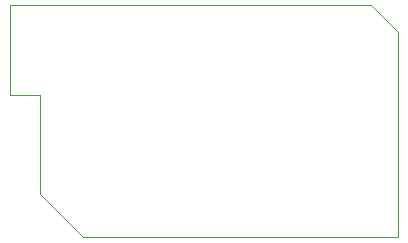
<source format=gko>
G04 EasyPC Gerber Version 21.0.3 Build 4286 *
G04 #@! TF.Part,Single*
%FSLAX35Y35*%
%MOIN*%
%ADD87C,0.00001*%
X0Y0D02*
D02*
D87*
X128800Y83981D02*
X8225D01*
Y54013*
X18300*
Y20981*
X32576Y6706*
X137800*
Y74981*
X128800Y83981*
X0Y0D02*
M02*

</source>
